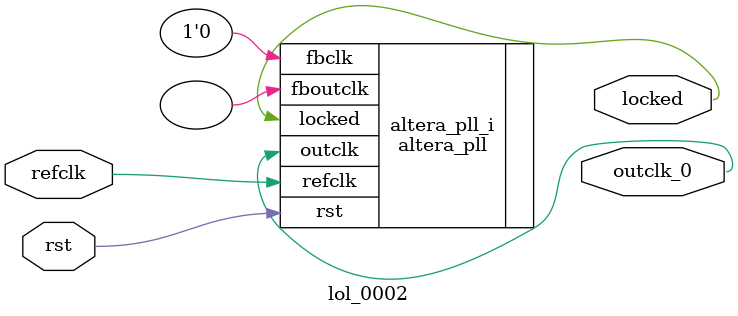
<source format=v>
`timescale 1ns/10ps
module  lol_0002(

	// interface 'refclk'
	input wire refclk,

	// interface 'reset'
	input wire rst,

	// interface 'outclk0'
	output wire outclk_0,

	// interface 'locked'
	output wire locked
);

	altera_pll #(
		.fractional_vco_multiplier("false"),
		.reference_clock_frequency("50.0 MHz"),
		.operation_mode("normal"),
		.number_of_clocks(1),
		.output_clock_frequency0("5.000000 MHz"),
		.phase_shift0("0 ps"),
		.duty_cycle0(50),
		.output_clock_frequency1("0 MHz"),
		.phase_shift1("0 ps"),
		.duty_cycle1(50),
		.output_clock_frequency2("0 MHz"),
		.phase_shift2("0 ps"),
		.duty_cycle2(50),
		.output_clock_frequency3("0 MHz"),
		.phase_shift3("0 ps"),
		.duty_cycle3(50),
		.output_clock_frequency4("0 MHz"),
		.phase_shift4("0 ps"),
		.duty_cycle4(50),
		.output_clock_frequency5("0 MHz"),
		.phase_shift5("0 ps"),
		.duty_cycle5(50),
		.output_clock_frequency6("0 MHz"),
		.phase_shift6("0 ps"),
		.duty_cycle6(50),
		.output_clock_frequency7("0 MHz"),
		.phase_shift7("0 ps"),
		.duty_cycle7(50),
		.output_clock_frequency8("0 MHz"),
		.phase_shift8("0 ps"),
		.duty_cycle8(50),
		.output_clock_frequency9("0 MHz"),
		.phase_shift9("0 ps"),
		.duty_cycle9(50),
		.output_clock_frequency10("0 MHz"),
		.phase_shift10("0 ps"),
		.duty_cycle10(50),
		.output_clock_frequency11("0 MHz"),
		.phase_shift11("0 ps"),
		.duty_cycle11(50),
		.output_clock_frequency12("0 MHz"),
		.phase_shift12("0 ps"),
		.duty_cycle12(50),
		.output_clock_frequency13("0 MHz"),
		.phase_shift13("0 ps"),
		.duty_cycle13(50),
		.output_clock_frequency14("0 MHz"),
		.phase_shift14("0 ps"),
		.duty_cycle14(50),
		.output_clock_frequency15("0 MHz"),
		.phase_shift15("0 ps"),
		.duty_cycle15(50),
		.output_clock_frequency16("0 MHz"),
		.phase_shift16("0 ps"),
		.duty_cycle16(50),
		.output_clock_frequency17("0 MHz"),
		.phase_shift17("0 ps"),
		.duty_cycle17(50),
		.pll_type("General"),
		.pll_subtype("General")
	) altera_pll_i (
		.rst	(rst),
		.outclk	({outclk_0}),
		.locked	(locked),
		.fboutclk	( ),
		.fbclk	(1'b0),
		.refclk	(refclk)
	);
endmodule


</source>
